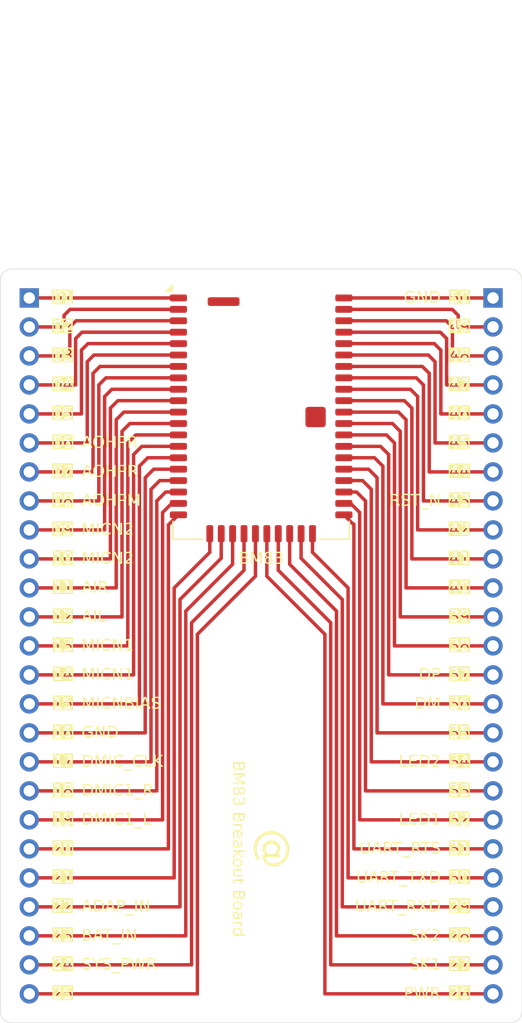
<source format=kicad_pcb>
(kicad_pcb (version 20240108) (generator "pcbnew") (generator_version "8.0")
  (layers (0 "F.Cu" signal) (31 "B.Cu" signal) (34 "B.Paste" user) (35 "F.Paste" user) (36 "B.SilkS" user "B.Silkscreen") (37 "F.SilkS" user "F.Silkscreen") (38 "B.Mask" user) (39 "F.Mask" user) (44 "Edge.Cuts" user))
  (net 0 "")
  (net 1 "unconnected-(U1-DMIC_CLK-Pad17)")
  (net 2 "unconnected-(U1-P2_6-Pad21)")
  (net 3 "unconnected-(U1-DP-Pad37)")
  (net 4 "unconnected-(U1-P1_6{slash}PWM1-Pad41)")
  (net 5 "unconnected-(U1-ADAP_IN-Pad22)")
  (net 6 "unconnected-(U1-DM-Pad36)")
  (net 7 "unconnected-(U1-DMIC1_R-Pad18)")
  (net 8 "unconnected-(U1-SCLK1-Pad3)")
  (net 9 "unconnected-(U1-MICP1-Pad14)")
  (net 10 "unconnected-(U1-MCLK1-Pad5)")
  (net 11 "unconnected-(U1-P0_7-Pad45)")
  (net 12 "unconnected-(U1-DMIC1_L-Pad19)")
  (net 13 "unconnected-(U1-P3_2-Pad20)")
  (net 14 "unconnected-(U1-DT1-Pad4)")
  (net 15 "unconnected-(U1-AIR-Pad11)")
  (net 16 "unconnected-(U1-LED2-Pad34)")
  (net 17 "unconnected-(U1-P0_0{slash}UART_TX_IND-Pad49)")
  (net 18 "unconnected-(U1-P2_3-Pad42)")
  (net 19 "unconnected-(U1-P3_4{slash}UART_RTS-Pad31)")
  (net 20 "unconnected-(U1-P2_7-Pad39)")
  (net 21 "unconnected-(U1-VDD_IO-Pad25)")
  (net 22 "unconnected-(U1-P1_3{slash}TCK_CPU{slash}SDA-Pad47)")
  (net 23 "unconnected-(U1-P0_1-Pad44)")
  (net 24 "unconnected-(U1-MICP2-Pad10)")
  (net 25 "unconnected-(U1-P8_6{slash}UART_RXD-Pad29)")
  (net 26 "unconnected-(U1-SK2_KEY_AD-Pad28)")
  (net 27 "unconnected-(U1-P0_3-Pad38)")
  (net 28 "unconnected-(U1-P8_5{slash}UART_TXD-Pad30)")
  (net 29 "unconnected-(U1-PWR(MFB)-Pad26)")
  (net 30 "unconnected-(U1-DR1-Pad1)")
  (net 31 "unconnected-(U1-MICN1-Pad13)")
  (net 32 "unconnected-(U1-SYS_PWR-Pad24)")
  (net 33 "unconnected-(U1-~{RST}-Pad43)")
  (net 34 "unconnected-(U1-LED1-Pad32)")
  (net 35 "unconnected-(U1-AOHPL-Pad8)")
  (net 36 "unconnected-(U1-RFS1-Pad2)")
  (net 37 "unconnected-(U1-P0_6-Pad35)")
  (net 38 "unconnected-(U1-AOHPR-Pad6)")
  (net 39 "unconnected-(U1-P1_2{slash}TDI_CPU{slash}SCL-Pad46)")
  (net 40 "unconnected-(U1-AOHPM-Pad7)")
  (net 41 "unconnected-(U1-BAT_IN-Pad23)")
  (net 42 "unconnected-(U1-AIL-Pad12)")
  (net 43 "unconnected-(U1-MICBIAS-Pad15)")
  (net 44 "unconnected-(U1-SK1_AMB_DET-Pad27)")
  (net 45 "unconnected-(U1-P3_7{slash}UART_CTS-Pad48)")
  (net 46 "unconnected-(U1-MICN2-Pad9)")
  (net 47 "unconnected-(U1-P0_5-Pad40)")
  (net 48 "unconnected-(U1-P0_2-Pad33)")
  (net 49 "Net-(U1-GND-Pad16)")
  (footprint "Connector_PinHeader_2.54mm:PinHeader_1x25_P2.54mm_Vertical" (layer "F.Cu") (at 71.12 63.5)
    (property "Reference" "REF**" (hide yes))
    (property "Value" "PinHeader_1x25_P2.54mm_Vertical" (hide yes))
    (pad "1" thru_hole rect (at 0 0) (size 1.7 1.7) (drill 1) (layers "*.Cu" "*.Mask"))
    (pad "2" thru_hole oval (at 0 2.54) (size 1.7 1.7) (drill 1) (layers "*.Cu" "*.Mask"))
    (pad "3" thru_hole oval (at 0 5.08) (size 1.7 1.7) (drill 1) (layers "*.Cu" "*.Mask"))
    (pad "4" thru_hole oval (at 0 7.62) (size 1.7 1.7) (drill 1) (layers "*.Cu" "*.Mask"))
    (pad "5" thru_hole oval (at 0 10.16) (size 1.7 1.7) (drill 1) (layers "*.Cu" "*.Mask"))
    (pad "6" thru_hole oval (at 0 12.7) (size 1.7 1.7) (drill 1) (layers "*.Cu" "*.Mask"))
    (pad "7" thru_hole oval (at 0 15.24) (size 1.7 1.7) (drill 1) (layers "*.Cu" "*.Mask"))
    (pad "8" thru_hole oval (at 0 17.78) (size 1.7 1.7) (drill 1) (layers "*.Cu" "*.Mask"))
    (pad "9" thru_hole oval (at 0 20.32) (size 1.7 1.7) (drill 1) (layers "*.Cu" "*.Mask"))
    (pad "10" thru_hole oval (at 0 22.86) (size 1.7 1.7) (drill 1) (layers "*.Cu" "*.Mask"))
    (pad "11" thru_hole oval (at 0 25.4) (size 1.7 1.7) (drill 1) (layers "*.Cu" "*.Mask"))
    (pad "12" thru_hole oval (at 0 27.94) (size 1.7 1.7) (drill 1) (layers "*.Cu" "*.Mask"))
    (pad "13" thru_hole oval (at 0 30.48) (size 1.7 1.7) (drill 1) (layers "*.Cu" "*.Mask"))
    (pad "14" thru_hole oval (at 0 33.02) (size 1.7 1.7) (drill 1) (layers "*.Cu" "*.Mask"))
    (pad "15" thru_hole oval (at 0 35.56) (size 1.7 1.7) (drill 1) (layers "*.Cu" "*.Mask"))
    (pad "16" thru_hole oval (at 0 38.1) (size 1.7 1.7) (drill 1) (layers "*.Cu" "*.Mask"))
    (pad "17" thru_hole oval (at 0 40.64) (size 1.7 1.7) (drill 1) (layers "*.Cu" "*.Mask"))
    (pad "18" thru_hole oval (at 0 43.18) (size 1.7 1.7) (drill 1) (layers "*.Cu" "*.Mask"))
    (pad "19" thru_hole oval (at 0 45.72) (size 1.7 1.7) (drill 1) (layers "*.Cu" "*.Mask"))
    (pad "20" thru_hole oval (at 0 48.26) (size 1.7 1.7) (drill 1) (layers "*.Cu" "*.Mask"))
    (pad "21" thru_hole oval (at 0 50.8) (size 1.7 1.7) (drill 1) (layers "*.Cu" "*.Mask"))
    (pad "22" thru_hole oval (at 0 53.34) (size 1.7 1.7) (drill 1) (layers "*.Cu" "*.Mask"))
    (pad "23" thru_hole oval (at 0 55.88) (size 1.7 1.7) (drill 1) (layers "*.Cu" "*.Mask"))
    (pad "24" thru_hole oval (at 0 58.42) (size 1.7 1.7) (drill 1) (layers "*.Cu" "*.Mask"))
    (pad "25" thru_hole oval (at 0 60.96) (size 1.7 1.7) (drill 1) (layers "*.Cu" "*.Mask"))
  )
  (footprint "RF_Module:Microchip_BM83" (layer "F.Cu") (at 91.44 68.4)
    (property "Reference" "U1" (hide yes))
    (property "Value" "Microchip_BM83" (hide yes))
    (fp_line (start -7.73 14.66) (end -7.73 16.23) (stroke (width 0.12)) (layer "F.SilkS"))
    (fp_line (start -7.73 16.23) (end -5.06 16.23) (stroke (width 0.12)) (layer "F.SilkS"))
    (fp_line (start 5.06 16.23) (end 7.73 16.23) (stroke (width 0.12)) (layer "F.SilkS"))
    (fp_line (start 7.73 16.23) (end 7.73 14.66) (stroke (width 0.12)) (layer "F.SilkS"))
    (fp_poly (pts (xy -7.8 -5.5) (xy -8.3 -5.5) (xy -7.8 -6) (xy -7.8 -5.5)) (stroke (width 0.12)) (fill solid) (layer "F.SilkS"))
    (pad "1" smd roundrect (at -7.25 -4.9) (size 1.5 0.6) (layers "F.Cu" "F.Paste" "F.Mask") (net 30 "unconnected-(U1-DR1-Pad1)"))
    (pad "2" smd roundrect (at -7.25 -3.9) (size 1.5 0.6) (layers "F.Cu" "F.Paste" "F.Mask") (net 36 "unconnected-(U1-RFS1-Pad2)"))
    (pad "3" smd roundrect (at -7.25 -2.9) (size 1.5 0.6) (layers "F.Cu" "F.Paste" "F.Mask") (net 8 "unconnected-(U1-SCLK1-Pad3)"))
    (pad "4" smd roundrect (at -7.25 -1.9) (size 1.5 0.6) (layers "F.Cu" "F.Paste" "F.Mask") (net 14 "unconnected-(U1-DT1-Pad4)"))
    (pad "5" smd roundrect (at -7.25 -0.9) (size 1.5 0.6) (layers "F.Cu" "F.Paste" "F.Mask") (net 10 "unconnected-(U1-MCLK1-Pad5)"))
    (pad "6" smd roundrect (at -7.25 0.1) (size 1.5 0.6) (layers "F.Cu" "F.Paste" "F.Mask") (net 38 "unconnected-(U1-AOHPR-Pad6)"))
    (pad "7" smd roundrect (at -7.25 1.1) (size 1.5 0.6) (layers "F.Cu" "F.Paste" "F.Mask") (net 40 "unconnected-(U1-AOHPM-Pad7)"))
    (pad "8" smd roundrect (at -7.25 2.1) (size 1.5 0.6) (layers "F.Cu" "F.Paste" "F.Mask") (net 35 "unconnected-(U1-AOHPL-Pad8)"))
    (pad "9" smd roundrect (at -7.25 3.1) (size 1.5 0.6) (layers "F.Cu" "F.Paste" "F.Mask") (net 46 "unconnected-(U1-MICN2-Pad9)"))
    (pad "10" smd roundrect (at -7.25 4.1) (size 1.5 0.6) (layers "F.Cu" "F.Paste" "F.Mask") (net 24 "unconnected-(U1-MICP2-Pad10)"))
    (pad "11" smd roundrect (at -7.25 5.1) (size 1.5 0.6) (layers "F.Cu" "F.Paste" "F.Mask") (net 15 "unconnected-(U1-AIR-Pad11)"))
    (pad "12" smd roundrect (at -7.25 6.1) (size 1.5 0.6) (layers "F.Cu" "F.Paste" "F.Mask") (net 42 "unconnected-(U1-AIL-Pad12)"))
    (pad "13" smd roundrect (at -7.25 7.1) (size 1.5 0.6) (layers "F.Cu" "F.Paste" "F.Mask") (net 31 "unconnected-(U1-MICN1-Pad13)"))
    (pad "14" smd roundrect (at -7.25 8.1) (size 1.5 0.6) (layers "F.Cu" "F.Paste" "F.Mask") (net 9 "unconnected-(U1-MICP1-Pad14)"))
    (pad "15" smd roundrect (at -7.25 9.1) (size 1.5 0.6) (layers "F.Cu" "F.Paste" "F.Mask") (net 43 "unconnected-(U1-MICBIAS-Pad15)"))
    (pad "16" smd roundrect (at -7.25 10.1) (size 1.5 0.6) (layers "F.Cu" "F.Paste" "F.Mask") (net 49 "Net-(U1-GND-Pad16)"))
    (pad "17" smd roundrect (at -7.25 11.1) (size 1.5 0.6) (layers "F.Cu" "F.Paste" "F.Mask") (net 1 "unconnected-(U1-DMIC_CLK-Pad17)"))
    (pad "18" smd roundrect (at -7.25 12.1) (size 1.5 0.6) (layers "F.Cu" "F.Paste" "F.Mask") (net 7 "unconnected-(U1-DMIC1_R-Pad18)"))
    (pad "19" smd roundrect (at -7.25 13.1) (size 1.5 0.6) (layers "F.Cu" "F.Paste" "F.Mask") (net 12 "unconnected-(U1-DMIC1_L-Pad19)"))
    (pad "20" smd roundrect (at -7.25 14.1) (size 1.5 0.6) (layers "F.Cu" "F.Paste" "F.Mask") (net 13 "unconnected-(U1-P3_2-Pad20)"))
    (pad "21" smd roundrect (at -4.5 15.75) (size 0.6 1.5) (layers "F.Cu" "F.Paste" "F.Mask") (net 2 "unconnected-(U1-P2_6-Pad21)"))
    (pad "22" smd roundrect (at -3.5 15.75) (size 0.6 1.5) (layers "F.Cu" "F.Paste" "F.Mask") (net 5 "unconnected-(U1-ADAP_IN-Pad22)"))
    (pad "23" smd roundrect (at -2.5 15.75) (size 0.6 1.5) (layers "F.Cu" "F.Paste" "F.Mask") (net 41 "unconnected-(U1-BAT_IN-Pad23)"))
    (pad "24" smd roundrect (at -1.5 15.75) (size 0.6 1.5) (layers "F.Cu" "F.Paste" "F.Mask") (net 32 "unconnected-(U1-SYS_PWR-Pad24)"))
    (pad "25" smd roundrect (at -0.5 15.75) (size 0.6 1.5) (layers "F.Cu" "F.Paste" "F.Mask") (net 21 "unconnected-(U1-VDD_IO-Pad25)"))
    (pad "26" smd roundrect (at 0.5 15.75) (size 0.6 1.5) (layers "F.Cu" "F.Paste" "F.Mask") (net 29 "unconnected-(U1-PWR(MFB)-Pad26)"))
    (pad "27" smd roundrect (at 1.5 15.75) (size 0.6 1.5) (layers "F.Cu" "F.Paste" "F.Mask") (net 44 "unconnected-(U1-SK1_AMB_DET-Pad27)"))
    (pad "28" smd roundrect (at 2.5 15.75) (size 0.6 1.5) (layers "F.Cu" "F.Paste" "F.Mask") (net 26 "unconnected-(U1-SK2_KEY_AD-Pad28)"))
    (pad "29" smd roundrect (at 3.5 15.75) (size 0.6 1.5) (layers "F.Cu" "F.Paste" "F.Mask") (net 25 "unconnected-(U1-P8_6{slash}UART_RXD-Pad29)"))
    (pad "30" smd roundrect (at 4.5 15.75) (size 0.6 1.5) (layers "F.Cu" "F.Paste" "F.Mask") (net 28 "unconnected-(U1-P8_5{slash}UART_TXD-Pad30)"))
    (pad "31" smd roundrect (at 7.25 14.1) (size 1.5 0.6) (layers "F.Cu" "F.Paste" "F.Mask") (net 19 "unconnected-(U1-P3_4{slash}UART_RTS-Pad31)"))
    (pad "32" smd roundrect (at 7.25 13.1) (size 1.5 0.6) (layers "F.Cu" "F.Paste" "F.Mask") (net 34 "unconnected-(U1-LED1-Pad32)"))
    (pad "33" smd roundrect (at 7.25 12.1) (size 1.5 0.6) (layers "F.Cu" "F.Paste" "F.Mask") (net 48 "unconnected-(U1-P0_2-Pad33)"))
    (pad "34" smd roundrect (at 7.25 11.1) (size 1.5 0.6) (layers "F.Cu" "F.Paste" "F.Mask") (net 16 "unconnected-(U1-LED2-Pad34)"))
    (pad "35" smd roundrect (at 7.25 10.1) (size 1.5 0.6) (layers "F.Cu" "F.Paste" "F.Mask") (net 37 "unconnected-(U1-P0_6-Pad35)"))
    (pad "36" smd roundrect (at 7.25 9.1) (size 1.5 0.6) (layers "F.Cu" "F.Paste" "F.Mask") (net 6 "unconnected-(U1-DM-Pad36)"))
    (pad "37" smd roundrect (at 7.25 8.1) (size 1.5 0.6) (layers "F.Cu" "F.Paste" "F.Mask") (net 3 "unconnected-(U1-DP-Pad37)"))
    (pad "38" smd roundrect (at 7.25 7.1) (size 1.5 0.6) (layers "F.Cu" "F.Paste" "F.Mask") (net 27 "unconnected-(U1-P0_3-Pad38)"))
    (pad "39" smd roundrect (at 7.25 6.1) (size 1.5 0.6) (layers "F.Cu" "F.Paste" "F.Mask") (net 20 "unconnected-(U1-P2_7-Pad39)"))
    (pad "40" smd roundrect (at 7.25 5.1) (size 1.5 0.6) (layers "F.Cu" "F.Paste" "F.Mask") (net 47 "unconnected-(U1-P0_5-Pad40)"))
    (pad "41" smd roundrect (at 7.25 4.1) (size 1.5 0.6) (layers "F.Cu" "F.Paste" "F.Mask") (net 4 "unconnected-(U1-P1_6{slash}PWM1-Pad41)"))
    (pad "42" smd roundrect (at 7.25 3.1) (size 1.5 0.6) (layers "F.Cu" "F.Paste" "F.Mask") (net 18 "unconnected-(U1-P2_3-Pad42)"))
    (pad "43" smd roundrect (at 7.25 2.1) (size 1.5 0.6) (layers "F.Cu" "F.Paste" "F.Mask") (net 33 "unconnected-(U1-~{RST}-Pad43)"))
    (pad "44" smd roundrect (at 7.25 1.1) (size 1.5 0.6) (layers "F.Cu" "F.Paste" "F.Mask") (net 23 "unconnected-(U1-P0_1-Pad44)"))
    (pad "45" smd roundrect (at 7.25 0.1) (size 1.5 0.6) (layers "F.Cu" "F.Paste" "F.Mask") (net 11 "unconnected-(U1-P0_7-Pad45)"))
    (pad "46" smd roundrect (at 7.25 -0.9) (size 1.5 0.6) (layers "F.Cu" "F.Paste" "F.Mask") (net 39 "unconnected-(U1-P1_2{slash}TDI_CPU{slash}SCL-Pad46)"))
    (pad "47" smd roundrect (at 7.25 -1.9) (size 1.5 0.6) (layers "F.Cu" "F.Paste" "F.Mask") (net 22 "unconnected-(U1-P1_3{slash}TCK_CPU{slash}SDA-Pad47)"))
    (pad "48" smd roundrect (at 7.25 -2.9) (size 1.5 0.6) (layers "F.Cu" "F.Paste" "F.Mask") (net 45 "unconnected-(U1-P3_7{slash}UART_CTS-Pad48)"))
    (pad "49" smd roundrect (at 7.25 -3.9) (size 1.5 0.6) (layers "F.Cu" "F.Paste" "F.Mask") (net 17 "unconnected-(U1-P0_0{slash}UART_TX_IND-Pad49)"))
    (pad "50" smd roundrect (at 7.25 -4.9) (size 1.5 0.6) (layers "F.Cu" "F.Paste" "F.Mask") (net 49 "Net-(U1-GND-Pad16)"))
    (pad "56" smd roundrect (at 4.77 5.53) (size 1.78 1.78) (layers "F.Cu" "F.Paste" "F.Mask") (roundrect_rratio 0.1404494382) (net 49 "Net-(U1-GND-Pad16)"))
    (pad "57" smd roundrect (at -3.29 -4.58) (size 2.79 0.76) (layers "F.Cu" "F.Paste" "F.Mask") (net 49 "Net-(U1-GND-Pad16)"))
  )
  (footprint "Connector_PinHeader_2.54mm:PinHeader_1x25_P2.54mm_Vertical" (layer "F.Cu") (at 111.76 63.5)
    (property "Reference" "REF**" (hide yes))
    (property "Value" "PinHeader_1x25_P2.54mm_Vertical" (hide yes))
    (pad "1" thru_hole rect (at 0 0) (size 1.7 1.7) (drill 1) (layers "*.Cu" "*.Mask"))
    (pad "2" thru_hole oval (at 0 2.54) (size 1.7 1.7) (drill 1) (layers "*.Cu" "*.Mask"))
    (pad "3" thru_hole oval (at 0 5.08) (size 1.7 1.7) (drill 1) (layers "*.Cu" "*.Mask"))
    (pad "4" thru_hole oval (at 0 7.62) (size 1.7 1.7) (drill 1) (layers "*.Cu" "*.Mask"))
    (pad "5" thru_hole oval (at 0 10.16) (size 1.7 1.7) (drill 1) (layers "*.Cu" "*.Mask"))
    (pad "6" thru_hole oval (at 0 12.7) (size 1.7 1.7) (drill 1) (layers "*.Cu" "*.Mask"))
    (pad "7" thru_hole oval (at 0 15.24) (size 1.7 1.7) (drill 1) (layers "*.Cu" "*.Mask"))
    (pad "8" thru_hole oval (at 0 17.78) (size 1.7 1.7) (drill 1) (layers "*.Cu" "*.Mask"))
    (pad "9" thru_hole oval (at 0 20.32) (size 1.7 1.7) (drill 1) (layers "*.Cu" "*.Mask"))
    (pad "10" thru_hole oval (at 0 22.86) (size 1.7 1.7) (drill 1) (layers "*.Cu" "*.Mask"))
    (pad "11" thru_hole oval (at 0 25.4) (size 1.7 1.7) (drill 1) (layers "*.Cu" "*.Mask"))
    (pad "12" thru_hole oval (at 0 27.94) (size 1.7 1.7) (drill 1) (layers "*.Cu" "*.Mask"))
    (pad "13" thru_hole oval (at 0 30.48) (size 1.7 1.7) (drill 1) (layers "*.Cu" "*.Mask"))
    (pad "14" thru_hole oval (at 0 33.02) (size 1.7 1.7) (drill 1) (layers "*.Cu" "*.Mask"))
    (pad "15" thru_hole oval (at 0 35.56) (size 1.7 1.7) (drill 1) (layers "*.Cu" "*.Mask"))
    (pad "16" thru_hole oval (at 0 38.1) (size 1.7 1.7) (drill 1) (layers "*.Cu" "*.Mask"))
    (pad "17" thru_hole oval (at 0 40.64) (size 1.7 1.7) (drill 1) (layers "*.Cu" "*.Mask"))
    (pad "18" thru_hole oval (at 0 43.18) (size 1.7 1.7) (drill 1) (layers "*.Cu" "*.Mask"))
    (pad "19" thru_hole oval (at 0 45.72) (size 1.7 1.7) (drill 1) (layers "*.Cu" "*.Mask"))
    (pad "20" thru_hole oval (at 0 48.26) (size 1.7 1.7) (drill 1) (layers "*.Cu" "*.Mask"))
    (pad "21" thru_hole oval (at 0 50.8) (size 1.7 1.7) (drill 1) (layers "*.Cu" "*.Mask"))
    (pad "22" thru_hole oval (at 0 53.34) (size 1.7 1.7) (drill 1) (layers "*.Cu" "*.Mask"))
    (pad "23" thru_hole oval (at 0 55.88) (size 1.7 1.7) (drill 1) (layers "*.Cu" "*.Mask"))
    (pad "24" thru_hole oval (at 0 58.42) (size 1.7 1.7) (drill 1) (layers "*.Cu" "*.Mask"))
    (pad "25" thru_hole oval (at 0 60.96) (size 1.7 1.7) (drill 1) (layers "*.Cu" "*.Mask"))
  )
  (gr_line (start 68.58 125.984) (end 68.58 61.976) (stroke (width 0.05)) (layer "Edge.Cuts"))
  (gr_arc (start 113.284 60.96) (mid 114.00242 61.25758) (end 114.3 61.976) (stroke (width 0.05)) (layer "Edge.Cuts"))
  (gr_line (start 69.596 60.96) (end 113.284 60.96) (stroke (width 0.05)) (layer "Edge.Cuts"))
  (gr_arc (start 114.3 125.984) (mid 114.00242 126.70242) (end 113.284 127) (stroke (width 0.05)) (layer "Edge.Cuts"))
  (gr_line (start 113.284 127) (end 69.596 127) (stroke (width 0.05)) (layer "Edge.Cuts"))
  (gr_arc (start 69.596 127) (mid 68.87758 126.70242) (end 68.58 125.984) (stroke (width 0.05)) (layer "Edge.Cuts"))
  (gr_line (start 114.3 61.976) (end 114.3 125.984) (stroke (width 0.05)) (layer "Edge.Cuts"))
  (gr_arc (start 68.58 61.976) (mid 68.87758 61.25758) (end 69.596 60.96) (stroke (width 0.05)) (layer "Edge.Cuts"))
  (gr_text "SK1" (at 107.188 121.92 0) (layer "F.SilkS") (effects (font (size 1.016 1.016) (thickness 0.127)) (justify right)))
  (gr_text "38" (at 109.728 93.98 0) (layer "F.SilkS" knockout) (effects (font (size 1.016 1.016) (thickness 0.09525)) (justify right)))
  (gr_text "02" (at 73.152 66.04 0) (layer "F.SilkS" knockout) (effects (font (size 1.016 1.016) (thickness 0.09525)) (justify left)))
  (gr_text "39" (at 109.728 91.44 0) (layer "F.SilkS" knockout) (effects (font (size 1.016 1.016) (thickness 0.09525)) (justify right)))
  (gr_text "ADAP_IN" (at 75.692 116.84 0) (layer "F.SilkS") (effects (font (size 1.016 1.016) (thickness 0.127)) (justify left)))
  (gr_text "DM" (at 107.188 99.06 0) (layer "F.SilkS") (effects (font (size 1.016 1.016) (thickness 0.127)) (justify right)))
  (gr_text "PWR" (at 107.188 124.46 0) (layer "F.SilkS") (effects (font (size 1.016 1.016) (thickness 0.127)) (justify right)))
  (gr_text "SYS_PWR" (at 75.692 121.92 0) (layer "F.SilkS") (effects (font (size 1.016 1.016) (thickness 0.127)) (justify left)))
  (gr_text "UART_RTS" (at 107.188 111.76 0) (layer "F.SilkS") (effects (font (size 1.016 1.016) (thickness 0.127)) (justify right)))
  (gr_text "MICN1" (at 75.692 96.52 0) (layer "F.SilkS") (effects (font (size 1.016 1.016) (thickness 0.127)) (justify left)))
  (gr_text "07" (at 73.152 78.74 0) (layer "F.SilkS" knockout) (effects (font (size 1.016 1.016) (thickness 0.09525)) (justify left)))
  (gr_text "14" (at 73.152 96.52 0) (layer "F.SilkS" knockout) (effects (font (size 1.016 1.016) (thickness 0.09525)) (justify left)))
  (gr_text "AIL" (at 75.692 91.44 0) (layer "F.SilkS") (effects (font (size 1.016 1.016) (thickness 0.127)) (justify left)))
  (gr_text "32" (at 109.728 109.22 0) (layer "F.SilkS" knockout) (effects (font (size 1.016 1.016) (thickness 0.09525)) (justify right)))
  (gr_text "30" (at 109.728 114.3 0) (layer "F.SilkS" knockout) (effects (font (size 1.016 1.016) (thickness 0.09525)) (justify right)))
  (gr_text "SK2" (at 107.188 119.38 0) (layer "F.SilkS") (effects (font (size 1.016 1.016) (thickness 0.127)) (justify right)))
  (gr_text "DMIC1_L" (at 75.692 109.22 0) (layer "F.SilkS") (effects (font (size 1.016 1.016) (thickness 0.127)) (justify left)))
  (gr_text "12" (at 73.152 91.44 0) (layer "F.SilkS" knockout) (effects (font (size 1.016 1.016) (thickness 0.09525)) (justify left)))
  (gr_text "33" (at 109.728 106.68 0) (layer "F.SilkS" knockout) (effects (font (size 1.016 1.016) (thickness 0.09525)) (justify right)))
  (gr_text "08" (at 73.152 81.28 0) (layer "F.SilkS" knockout) (effects (font (size 1.016 1.016) (thickness 0.09525)) (justify left)))
  (gr_text "LED2" (at 107.188 104.14 0) (layer "F.SilkS") (effects (font (size 1.016 1.016) (thickness 0.127)) (justify right)))
  (gr_text "37" (at 109.728 96.52 0) (layer "F.SilkS" knockout) (effects (font (size 1.016 1.016) (thickness 0.09525)) (justify right)))
  (gr_text "35" (at 109.728 101.6 0) (layer "F.SilkS" knockout) (effects (font (size 1.016 1.016) (thickness 0.09525)) (justify right)))
  (gr_text "DP" (at 107.188 96.52 0) (layer "F.SilkS") (effects (font (size 1.016 1.016) (thickness 0.127)) (justify right)))
  (gr_text "10" (at 73.152 86.36 0) (layer "F.SilkS" knockout) (effects (font (size 1.016 1.016) (thickness 0.09525)) (justify left)))
  (gr_text "24" (at 73.152 121.92 0) (layer "F.SilkS" knockout) (effects (font (size 1.016 1.016) (thickness 0.09525)) (justify left)))
  (gr_text "17" (at 73.152 104.14 0) (layer "F.SilkS" knockout) (effects (font (size 1.016 1.016) (thickness 0.09525)) (justify left)))
  (gr_text "AOHPM" (at 75.692 81.28 0) (layer "F.SilkS") (effects (font (size 1.016 1.016) (thickness 0.127)) (justify left)))
  (gr_text "20" (at 73.152 111.76 0) (layer "F.SilkS" knockout) (effects (font (size 1.016 1.016) (thickness 0.09525)) (justify left)))
  (gr_text "MICNBIAS" (at 75.692 99.06 0) (layer "F.SilkS") (effects (font (size 1.016 1.016) (thickness 0.127)) (justify left)))
  (gr_text "RST_N" (at 107.188 81.28 0) (layer "F.SilkS") (effects (font (size 1.016 1.016) (thickness 0.127)) (justify right)))
  (gr_text "18" (at 73.152 106.68 0) (layer "F.SilkS" knockout) (effects (font (size 1.016 1.016) (thickness 0.09525)) (justify left)))
  (gr_text "LED1" (at 107.188 109.22 0) (layer "F.SilkS") (effects (font (size 1.016 1.016) (thickness 0.127)) (justify right)))
  (gr_text "27" (at 109.728 121.92 0) (layer "F.SilkS" knockout) (effects (font (size 1.016 1.016) (thickness 0.09525)) (justify right)))
  (gr_text "42" (at 109.728 83.82 0) (layer "F.SilkS" knockout) (effects (font (size 1.016 1.016) (thickness 0.09525)) (justify right)))
  (gr_text "26" (at 109.728 124.46 0) (layer "F.SilkS" knockout) (effects (font (size 1.016 1.016) (thickness 0.09525)) (justify right)))
  (gr_text "03" (at 73.152 68.58 0) (layer "F.SilkS" knockout) (effects (font (size 1.016 1.016) (thickness 0.09525)) (justify left)))
  (gr_text "36" (at 109.728 99.06 0) (layer "F.SilkS" knockout) (effects (font (size 1.016 1.016) (thickness 0.09525)) (justify right)))
  (gr_text "DMIC1_R" (at 75.692 106.68 0) (layer "F.SilkS") (effects (font (size 1.016 1.016) (thickness 0.127)) (justify left)))
  (gr_text "GND" (at 107.188 63.5 0) (layer "F.SilkS") (effects (font (size 1.016 1.016) (thickness 0.127)) (justify right)))
  (gr_text "GND" (at 75.692 101.6 0) (layer "F.SilkS") (effects (font (size 1.016 1.016) (thickness 0.127)) (justify left)))
  (gr_text "40" (at 109.728 88.9 0) (layer "F.SilkS" knockout) (effects (font (size 1.016 1.016) (thickness 0.09525)) (justify right)))
  (gr_text "DMIC_CLK" (at 75.692 104.14 0) (layer "F.SilkS") (effects (font (size 1.016 1.016) (thickness 0.127)) (justify left)))
  (gr_text "AIR" (at 75.692 88.9 0) (layer "F.SilkS") (effects (font (size 1.016 1.016) (thickness 0.127)) (justify left)))
  (gr_text "11" (at 73.152 88.9 0) (layer "F.SilkS" knockout) (effects (font (size 1.016 1.016) (thickness 0.09525)) (justify left)))
  (gr_text "21" (at 73.152 114.3 0) (layer "F.SilkS" knockout) (effects (font (size 1.016 1.016) (thickness 0.09525)) (justify left)))
  (gr_text "34" (at 109.728 104.14 0) (layer "F.SilkS" knockout) (effects (font (size 1.016 1.016) (thickness 0.09525)) (justify right)))
  (gr_text "43" (at 109.728 81.28 0) (layer "F.SilkS" knockout) (effects (font (size 1.016 1.016) (thickness 0.09525)) (justify right)))
  (gr_text "25" (at 73.152 124.46 0) (layer "F.SilkS" knockout) (effects (font (size 1.016 1.016) (thickness 0.09525)) (justify left)))
  (gr_text "47" (at 109.728 71.12 0) (layer "F.SilkS" knockout) (effects (font (size 1.016 1.016) (thickness 0.09525)) (justify right)))
  (gr_text "29" (at 109.728 116.84 0) (layer "F.SilkS" knockout) (effects (font (size 1.016 1.016) (thickness 0.09525)) (justify right)))
  (gr_text "16" (at 73.152 101.6 0) (layer "F.SilkS" knockout) (effects (font (size 1.016 1.016) (thickness 0.09525)) (justify left)))
  (gr_text "05" (at 73.152 73.66 0) (layer "F.SilkS" knockout) (effects (font (size 1.016 1.016) (thickness 0.09525)) (justify left)))
  (gr_text "AOHPR" (at 75.692 78.74 0) (layer "F.SilkS") (effects (font (size 1.016 1.016) (thickness 0.127)) (justify left)))
  (gr_text "MICN1" (at 75.692 93.98 0) (layer "F.SilkS") (effects (font (size 1.016 1.016) (thickness 0.127)) (justify left)))
  (gr_text "49" (at 109.728 66.04 0) (layer "F.SilkS" knockout) (effects (font (size 1.016 1.016) (thickness 0.09525)) (justify right)))
  (gr_text "BM83" (at 91.44 86.36 0) (layer "F.SilkS") (effects (font (size 1.016 1.016) (thickness 0.127))))
  (gr_text "01" (at 73.152 63.5 0) (layer "F.SilkS" knockout) (effects (font (size 1.016 1.016) (thickness 0.09525)) (justify left)))
  (gr_text "15" (at 73.152 99.06 0) (layer "F.SilkS" knockout) (effects (font (size 1.016 1.016) (thickness 0.09525)) (justify left)))
  (gr_text "MICN2" (at 75.692 86.36 0) (layer "F.SilkS") (effects (font (size 1.016 1.016) (thickness 0.127)) (justify left)))
  (gr_text "41" (at 109.728 86.36 0) (layer "F.SilkS" knockout) (effects (font (size 1.016 1.016) (thickness 0.09525)) (justify right)))
  (gr_text "UART_RXD" (at 107.188 116.84 0) (layer "F.SilkS") (effects (font (size 1.016 1.016) (thickness 0.127)) (justify right)))
  (gr_text "45" (at 109.728 76.2 0) (layer "F.SilkS" knockout) (effects (font (size 1.016 1.016) (thickness 0.09525)) (justify right)))
  (gr_text "UART_TXD" (at 107.188 114.3 0) (layer "F.SilkS") (effects (font (size 1.016 1.016) (thickness 0.127)) (justify right)))
  (gr_text "28" (at 109.728 119.38 0) (layer "F.SilkS" knockout) (effects (font (size 1.016 1.016) (thickness 0.09525)) (justify right)))
  (gr_text "48" (at 109.728 68.58 0) (layer "F.SilkS" knockout) (effects (font (size 1.016 1.016) (thickness 0.09525)) (justify right)))
  (gr_text "BAT_IN" (at 75.692 119.38 0) (layer "F.SilkS") (effects (font (size 1.016 1.016) (thickness 0.127)) (justify left)))
  (gr_text "13" (at 73.152 93.98 0) (layer "F.SilkS" knockout) (effects (font (size 1.016 1.016) (thickness 0.09525)) (justify left)))
  (gr_text "50" (at 109.728 63.5 0) (layer "F.SilkS" knockout) (effects (font (size 1.016 1.016) (thickness 0.09525)) (justify right)))
  (gr_text "22" (at 73.152 116.84 0) (layer "F.SilkS" knockout) (effects (font (size 1.016 1.016) (thickness 0.09525)) (justify left)))
  (gr_text "MICN2" (at 75.692 83.82 0) (layer "F.SilkS") (effects (font (size 1.016 1.016) (thickness 0.127)) (justify left)))
  (gr_text "AOHPR" (at 75.692 76.2 0) (layer "F.SilkS") (effects (font (size 1.016 1.016) (thickness 0.127)) (justify left)))
  (gr_text "44" (at 109.728 78.74 0) (layer "F.SilkS" knockout) (effects (font (size 1.016 1.016) (thickness 0.09525)) (justify right)))
  (gr_text "46" (at 109.728 73.66 0) (layer "F.SilkS" knockout) (effects (font (size 1.016 1.016) (thickness 0.09525)) (justify right)))
  (gr_text "19" (at 73.152 109.22 0) (layer "F.SilkS" knockout) (effects (font (size 1.016 1.016) (thickness 0.09525)) (justify left)))
  (gr_text "31" (at 109.728 111.76 0) (layer "F.SilkS" knockout) (effects (font (size 1.016 1.016) (thickness 0.09525)) (justify right)))
  (gr_text "@" (at 92.456 111.76 270) (layer "F.SilkS") (effects (font (size 2.54 2.54) (thickness 0.127))))
  (gr_text "BM83 Breakout Board" (at 89.408 111.76 270) (layer "F.SilkS") (effects (font (size 1.016 1.016) (thickness 0.127))))
  (gr_text "06" (at 73.152 76.2 0) (layer "F.SilkS" knockout) (effects (font (size 1.016 1.016) (thickness 0.09525)) (justify left)))
  (gr_text "04" (at 73.152 71.12 0) (layer "F.SilkS" knockout) (effects (font (size 1.016 1.016) (thickness 0.09525)) (justify left)))
  (gr_text "23" (at 73.152 119.38 0) (layer "F.SilkS" knockout) (effects (font (size 1.016 1.016) (thickness 0.09525)) (justify left)))
  (gr_text "09" (at 73.152 83.82 0) (layer "F.SilkS" knockout) (effects (font (size 1.016 1.016) (thickness 0.09525)) (justify left)))
  (segment (start 81.788 104.14) (end 71.12 104.14) (width 0.3) (layer "F.Cu") (net 1))
  (segment (start 81.788 104.14) (end 81.788 80.264) (width 0.3) (layer "F.Cu") (net 1))
  (segment (start 82.552 79.5) (end 84.19 79.5) (width 0.3) (layer "F.Cu") (net 1))
  (segment (start 81.788 80.264) (end 82.552 79.5) (width 0.3) (layer "F.Cu") (net 1))
  (segment (start 71.12 114.3) (end 83.82 114.3) (width 0.3) (layer "F.Cu") (net 2))
  (segment (start 83.82 88.9) (end 86.94 85.78) (width 0.3) (layer "F.Cu") (net 2))
  (segment (start 86.94 85.78) (end 86.94 84.15) (width 0.3) (layer "F.Cu") (net 2))
  (segment (start 83.82 114.3) (end 83.82 88.9) (width 0.3) (layer "F.Cu") (net 2))
  (segment (start 101.9 76.5) (end 98.69 76.5) (width 0.3) (layer "F.Cu") (net 3))
  (segment (start 102.616 96.52) (end 102.616 77.216) (width 0.3) (layer "F.Cu") (net 3))
  (segment (start 102.616 77.216) (end 101.9 76.5) (width 0.3) (layer "F.Cu") (net 3))
  (segment (start 111.76 96.52) (end 102.616 96.52) (width 0.3) (layer "F.Cu") (net 3))
  (segment (start 104.648 86.36) (end 104.648 73.152) (width 0.3) (layer "F.Cu") (net 4))
  (segment (start 103.996 72.5) (end 98.69 72.5) (width 0.3) (layer "F.Cu") (net 4))
  (segment (start 111.76 86.36) (end 104.648 86.36) (width 0.3) (layer "F.Cu") (net 4))
  (segment (start 104.648 73.152) (end 103.996 72.5) (width 0.3) (layer "F.Cu") (net 4))
  (segment (start 84.328 89.916) (end 87.94 86.304) (width 0.3) (layer "F.Cu") (net 5))
  (segment (start 71.12 116.84) (end 84.328 116.84) (width 0.3) (layer "F.Cu") (net 5))
  (segment (start 84.328 116.84) (end 84.328 89.916) (width 0.3) (layer "F.Cu") (net 5))
  (segment (start 87.94 86.304) (end 87.94 84.15) (width 0.3) (layer "F.Cu") (net 5))
  (segment (start 102.108 78.232) (end 101.376 77.5) (width 0.3) (layer "F.Cu") (net 6))
  (segment (start 101.376 77.5) (end 98.69 77.5) (width 0.3) (layer "F.Cu") (net 6))
  (segment (start 111.76 99.06) (end 102.108 99.06) (width 0.3) (layer "F.Cu") (net 6))
  (segment (start 102.108 99.06) (end 102.108 78.232) (width 0.3) (layer "F.Cu") (net 6))
  (segment (start 82.296 106.68) (end 71.12 106.68) (width 0.3) (layer "F.Cu") (net 7))
  (segment (start 82.296 81.28) (end 83.076 80.5) (width 0.3) (layer "F.Cu") (net 7))
  (segment (start 82.296 106.68) (end 82.296 81.28) (width 0.3) (layer "F.Cu") (net 7))
  (segment (start 83.076 80.5) (end 84.19 80.5) (width 0.3) (layer "F.Cu") (net 7))
  (segment (start 74.676 66.04) (end 75.216 65.5) (width 0.3) (layer "F.Cu") (net 8))
  (segment (start 74.676 68.58) (end 71.12 68.58) (width 0.3) (layer "F.Cu") (net 8))
  (segment (start 75.216 65.5) (end 84.19 65.5) (width 0.3) (layer "F.Cu") (net 8))
  (segment (start 74.676 68.58) (end 74.676 66.04) (width 0.3) (layer "F.Cu") (net 8))
  (segment (start 80.264 96.52) (end 80.264 77.216) (width 0.3) (layer "F.Cu") (net 9))
  (segment (start 80.98 76.5) (end 84.19 76.5) (width 0.3) (layer "F.Cu") (net 9))
  (segment (start 80.264 96.52) (end 71.12 96.52) (width 0.3) (layer "F.Cu") (net 9))
  (segment (start 80.264 77.216) (end 80.98 76.5) (width 0.3) (layer "F.Cu") (net 9))
  (segment (start 75.692 73.66) (end 75.692 68.072) (width 0.3) (layer "F.Cu") (net 10))
  (segment (start 75.692 68.072) (end 76.264 67.5) (width 0.3) (layer "F.Cu") (net 10))
  (segment (start 71.12 73.66) (end 75.692 73.66) (width 0.3) (layer "F.Cu") (net 10))
  (segment (start 76.264 67.5) (end 84.19 67.5) (width 0.3) (layer "F.Cu") (net 10))
  (segment (start 106.092 68.5) (end 98.69 68.5) (width 0.3) (layer "F.Cu") (net 11))
  (segment (start 106.68 69.088) (end 106.092 68.5) (width 0.3) (layer "F.Cu") (net 11))
  (segment (start 106.68 76.2) (end 106.68 69.088) (width 0.3) (layer "F.Cu") (net 11))
  (segment (start 111.76 76.2) (end 106.68 76.2) (width 0.3) (layer "F.Cu") (net 11))
  (segment (start 82.804 82.296) (end 83.6 81.5) (width 0.3) (layer "F.Cu") (net 12))
  (segment (start 82.804 109.22) (end 82.804 82.296) (width 0.3) (layer "F.Cu") (net 12))
  (segment (start 83.6 81.5) (end 84.19 81.5) (width 0.3) (layer "F.Cu") (net 12))
  (segment (start 82.804 109.22) (end 71.12 109.22) (width 0.3) (layer "F.Cu") (net 12))
  (segment (start 83.312 111.76) (end 71.12 111.76) (width 0.3) (layer "F.Cu") (net 13))
  (segment (start 83.312 83.378) (end 84.19 82.5) (width 0.3) (layer "F.Cu") (net 13))
  (segment (start 83.312 111.76) (end 83.312 83.378) (width 0.3) (layer "F.Cu") (net 13))
  (segment (start 75.74 66.5) (end 84.19 66.5) (width 0.3) (layer "F.Cu") (net 14))
  (segment (start 75.184 71.12) (end 75.184 67.056) (width 0.3) (layer "F.Cu") (net 14))
  (segment (start 75.184 71.12) (end 71.12 71.12) (width 0.3) (layer "F.Cu") (net 14))
  (segment (start 75.184 67.056) (end 75.74 66.5) (width 0.3) (layer "F.Cu") (net 14))
  (segment (start 71.12 88.9) (end 78.74 88.9) (width 0.3) (layer "F.Cu") (net 15))
  (segment (start 78.74 74.168) (end 79.408 73.5) (width 0.3) (layer "F.Cu") (net 15))
  (segment (start 79.408 73.5) (end 84.19 73.5) (width 0.3) (layer "F.Cu") (net 15))
  (segment (start 78.74 88.9) (end 78.74 74.168) (width 0.3) (layer "F.Cu") (net 15))
  (segment (start 111.76 104.14) (end 101.092 104.14) (width 0.3) (layer "F.Cu") (net 16))
  (segment (start 101.092 104.14) (end 101.092 80.264) (width 0.3) (layer "F.Cu") (net 16))
  (segment (start 100.328 79.5) (end 98.69 79.5) (width 0.3) (layer "F.Cu") (net 16))
  (segment (start 101.092 80.264) (end 100.328 79.5) (width 0.3) (layer "F.Cu") (net 16))
  (segment (start 108.188 64.5) (end 98.69 64.5) (width 0.3) (layer "F.Cu") (net 17))
  (segment (start 108.712 66.04) (end 111.76 66.04) (width 0.3) (layer "F.Cu") (net 17))
  (segment (start 108.712 65.024) (end 108.188 64.5) (width 0.3) (layer "F.Cu") (net 17))
  (segment (start 108.712 65.024) (end 108.712 66.04) (width 0.3) (layer "F.Cu") (net 17))
  (segment (start 111.76 83.82) (end 105.156 83.82) (width 0.3) (layer "F.Cu") (net 18))
  (segment (start 105.156 72.136) (end 104.52 71.5) (width 0.3) (layer "F.Cu") (net 18))
  (segment (start 104.52 71.5) (end 98.69 71.5) (width 0.3) (layer "F.Cu") (net 18))
  (segment (start 105.156 83.82) (end 105.156 72.136) (width 0.3) (layer "F.Cu") (net 18))
  (segment (start 111.76 111.76) (end 99.568 111.76) (width 0.3) (layer "F.Cu") (net 19))
  (segment (start 99.502 83.312) (end 98.69 82.5) (width 0.3) (layer "F.Cu") (net 19))
  (segment (start 99.568 83.312) (end 99.502 83.312) (width 0.3) (layer "F.Cu") (net 19))
  (segment (start 99.568 111.76) (end 99.568 83.312) (width 0.3) (layer "F.Cu") (net 19))
  (segment (start 103.632 91.44) (end 103.632 75.184) (width 0.3) (layer "F.Cu") (net 20))
  (segment (start 111.76 91.44) (end 103.632 91.44) (width 0.3) (layer "F.Cu") (net 20))
  (segment (start 103.632 75.184) (end 102.948 74.5) (width 0.3) (layer "F.Cu") (net 20))
  (segment (start 102.948 74.5) (end 98.69 74.5) (width 0.3) (layer "F.Cu") (net 20))
  (segment (start 71.12 124.46) (end 85.852 124.46) (width 0.3) (layer "F.Cu") (net 21))
  (segment (start 85.852 124.46) (end 85.852 92.964) (width 0.3) (layer "F.Cu") (net 21))
  (segment (start 90.94 84.15) (end 90.94 87.876) (width 0.3) (layer "F.Cu") (net 21))
  (segment (start 85.852 92.964) (end 90.94 87.876) (width 0.3) (layer "F.Cu") (net 21))
  (segment (start 107.14 66.5) (end 98.69 66.5) (width 0.3) (layer "F.Cu") (net 22))
  (segment (start 111.76 71.12) (end 107.696 71.12) (width 0.3) (layer "F.Cu") (net 22))
  (segment (start 107.696 71.12) (end 107.696 67.056) (width 0.3) (layer "F.Cu") (net 22))
  (segment (start 107.696 67.056) (end 107.14 66.5) (width 0.3) (layer "F.Cu") (net 22))
  (segment (start 111.76 78.74) (end 106.172 78.74) (width 0.3) (layer "F.Cu") (net 23))
  (segment (start 105.568 69.5) (end 98.69 69.5) (width 0.3) (layer "F.Cu") (net 23))
  (segment (start 106.172 70.104) (end 105.568 69.5) (width 0.3) (layer "F.Cu") (net 23))
  (segment (start 106.172 78.74) (end 106.172 70.104) (width 0.3) (layer "F.Cu") (net 23))
  (segment (start 78.232 73.152) (end 78.884 72.5) (width 0.3) (layer "F.Cu") (net 24))
  (segment (start 78.884 72.5) (end 84.19 72.5) (width 0.3) (layer "F.Cu") (net 24))
  (segment (start 78.232 86.36) (end 78.232 73.152) (width 0.3) (layer "F.Cu") (net 24))
  (segment (start 71.12 86.36) (end 78.232 86.36) (width 0.3) (layer "F.Cu") (net 24))
  (segment (start 94.94 86.304) (end 94.94 84.15) (width 0.3) (layer "F.Cu") (net 25))
  (segment (start 98.552 89.916) (end 94.94 86.304) (width 0.3) (layer "F.Cu") (net 25))
  (segment (start 111.76 116.84) (end 98.552 116.84) (width 0.3) (layer "F.Cu") (net 25))
  (segment (start 98.552 116.84) (end 98.552 89.916) (width 0.3) (layer "F.Cu") (net 25))
  (segment (start 98.044 119.38) (end 98.044 90.932) (width 0.3) (layer "F.Cu") (net 26))
  (segment (start 93.94 86.828) (end 93.94 84.15) (width 0.3) (layer "F.Cu") (net 26))
  (segment (start 111.76 119.38) (end 98.044 119.38) (width 0.3) (layer "F.Cu") (net 26))
  (segment (start 98.044 90.932) (end 93.94 86.828) (width 0.3) (layer "F.Cu") (net 26))
  (segment (start 103.124 76.2) (end 102.424 75.5) (width 0.3) (layer "F.Cu") (net 27))
  (segment (start 111.76 93.98) (end 103.124 93.98) (width 0.3) (layer "F.Cu") (net 27))
  (segment (start 103.124 93.98) (end 103.124 76.2) (width 0.3) (layer "F.Cu") (net 27))
  (segment (start 102.424 75.5) (end 98.69 75.5) (width 0.3) (layer "F.Cu") (net 27))
  (segment (start 99.06 114.3) (end 99.06 88.9) (width 0.3) (layer "F.Cu") (net 28))
  (segment (start 99.06 88.9) (end 95.94 85.78) (width 0.3) (layer "F.Cu") (net 28))
  (segment (start 99.06 114.3) (end 110.744 114.3) (width 0.3) (layer "F.Cu") (net 28))
  (segment (start 110.744 114.3) (end 111.76 114.3) (width 0.3) (layer "F.Cu") (net 28))
  (segment (start 95.94 85.78) (end 95.94 84.15) (width 0.3) (layer "F.Cu") (net 28))
  (segment (start 91.94 87.876) (end 91.94 84.15) (width 0.3) (layer "F.Cu") (net 29))
  (segment (start 111.76 124.46) (end 97.028 124.46) (width 0.3) (layer "F.Cu") (net 29))
  (segment (start 97.028 92.964) (end 91.94 87.876) (width 0.3) (layer "F.Cu") (net 29))
  (segment (start 97.028 124.46) (end 97.028 92.964) (width 0.3) (layer "F.Cu") (net 29))
  (segment (start 73.66 63.5) (end 84.19 63.5) (width 0.3) (layer "F.Cu") (net 30))
  (segment (start 73.66 63.5) (end 71.12 63.5) (width 0.3) (layer "F.Cu") (net 30))
  (segment (start 79.756 93.98) (end 71.12 93.98) (width 0.3) (layer "F.Cu") (net 31))
  (segment (start 80.456 75.5) (end 84.19 75.5) (width 0.3) (layer "F.Cu") (net 31))
  (segment (start 79.756 93.98) (end 79.756 76.2) (width 0.3) (layer "F.Cu") (net 31))
  (segment (start 79.756 76.2) (end 80.456 75.5) (width 0.3) (layer "F.Cu") (net 31))
  (segment (start 85.344 121.92) (end 85.344 91.948) (width 0.3) (layer "F.Cu") (net 32))
  (segment (start 85.344 91.948) (end 89.94 87.352) (width 0.3) (layer "F.Cu") (net 32))
  (segment (start 89.94 87.352) (end 89.94 84.15) (width 0.3) (layer "F.Cu") (net 32))
  (segment (start 71.12 121.92) (end 85.344 121.92) (width 0.3) (layer "F.Cu") (net 32))
  (segment (start 111.76 81.28) (end 105.664 81.28) (width 0.3) (layer "F.Cu") (net 33))
  (segment (start 105.044 70.5) (end 98.69 70.5) (width 0.3) (layer "F.Cu") (net 33))
  (segment (start 105.664 71.12) (end 105.044 70.5) (width 0.3) (layer "F.Cu") (net 33))
  (segment (start 105.664 81.28) (end 105.664 71.12) (width 0.3) (layer "F.Cu") (net 33))
  (segment (start 100.076 82.296) (end 99.28 81.5) (width 0.3) (layer "F.Cu") (net 34))
  (segment (start 111.76 109.22) (end 100.076 109.22) (width 0.3) (layer "F.Cu") (net 34))
  (segment (start 100.076 109.22) (end 100.076 82.296) (width 0.3) (layer "F.Cu") (net 34))
  (segment (start 99.28 81.5) (end 98.69 81.5) (width 0.3) (layer "F.Cu") (net 34))
  (segment (start 77.216 71.12) (end 77.836 70.5) (width 0.3) (layer "F.Cu") (net 35))
  (segment (start 71.12 81.28) (end 77.216 81.28) (width 0.3) (layer "F.Cu") (net 35))
  (segment (start 77.216 81.28) (end 77.216 71.12) (width 0.3) (layer "F.Cu") (net 35))
  (segment (start 77.836 70.5) (end 84.19 70.5) (width 0.3) (layer "F.Cu") (net 35))
  (segment (start 74.168 65.024) (end 74.692 64.5) (width 0.3) (layer "F.Cu") (net 36))
  (segment (start 74.168 66.04) (end 74.168 65.024) (width 0.3) (layer "F.Cu") (net 36))
  (segment (start 74.168 66.04) (end 71.12 66.04) (width 0.3) (layer "F.Cu") (net 36))
  (segment (start 74.692 64.5) (end 84.19 64.5) (width 0.3) (layer "F.Cu") (net 36))
  (segment (start 111.76 101.6) (end 101.6 101.6) (width 0.3) (layer "F.Cu") (net 37))
  (segment (start 100.852 78.5) (end 98.69 78.5) (width 0.3) (layer "F.Cu") (net 37))
  (segment (start 101.6 79.248) (end 100.852 78.5) (width 0.3) (layer "F.Cu") (net 37))
  (segment (start 101.6 101.6) (end 101.6 79.248) (width 0.3) (layer "F.Cu") (net 37))
  (segment (start 76.2 76.2) (end 76.2 69.088) (width 0.3) (layer "F.Cu") (net 38))
  (segment (start 76.788 68.5) (end 84.19 68.5) (width 0.3) (layer "F.Cu") (net 38))
  (segment (start 71.12 76.2) (end 76.2 76.2) (width 0.3) (layer "F.Cu") (net 38))
  (segment (start 76.2 69.088) (end 76.788 68.5) (width 0.3) (layer "F.Cu") (net 38))
  (segment (start 107.188 68.072) (end 106.616 67.5) (width 0.3) (layer "F.Cu") (net 39))
  (segment (start 111.76 73.66) (end 107.188 73.66) (width 0.3) (layer "F.Cu") (net 39))
  (segment (start 106.616 67.5) (end 98.69 67.5) (width 0.3) (layer "F.Cu") (net 39))
  (segment (start 107.188 73.66) (end 107.188 68.072) (width 0.3) (layer "F.Cu") (net 39))
  (segment (start 77.312 69.5) (end 84.19 69.5) (width 0.3) (layer "F.Cu") (net 40))
  (segment (start 71.12 78.74) (end 76.708 78.74) (width 0.3) (layer "F.Cu") (net 40))
  (segment (start 76.708 70.104) (end 77.312 69.5) (width 0.3) (layer "F.Cu") (net 40))
  (segment (start 76.708 78.74) (end 76.708 70.104) (width 0.3) (layer "F.Cu") (net 40))
  (segment (start 84.836 90.932) (end 88.94 86.828) (width 0.3) (layer "F.Cu") (net 41))
  (segment (start 88.94 86.828) (end 88.94 84.15) (width 0.3) (layer "F.Cu") (net 41))
  (segment (start 71.12 119.38) (end 84.836 119.38) (width 0.3) (layer "F.Cu") (net 41))
  (segment (start 84.836 119.38) (end 84.836 90.932) (width 0.3) (layer "F.Cu") (net 41))
  (segment (start 79.248 91.44) (end 79.248 75.184) (width 0.3) (layer "F.Cu") (net 42))
  (segment (start 79.932 74.5) (end 84.19 74.5) (width 0.3) (layer "F.Cu") (net 42))
  (segment (start 71.12 91.44) (end 79.248 91.44) (width 0.3) (layer "F.Cu") (net 42))
  (segment (start 79.248 75.184) (end 79.932 74.5) (width 0.3) (layer "F.Cu") (net 42))
  (segment (start 80.772 99.06) (end 71.12 99.06) (width 0.3) (layer "F.Cu") (net 43))
  (segment (start 81.504 77.5) (end 84.19 77.5) (width 0.3) (layer "F.Cu") (net 43))
  (segment (start 80.772 99.06) (end 80.772 78.232) (width 0.3) (layer "F.Cu") (net 43))
  (segment (start 80.772 78.232) (end 81.504 77.5) (width 0.3) (layer "F.Cu") (net 43))
  (segment (start 97.536 91.948) (end 92.94 87.352) (width 0.3) (layer "F.Cu") (net 44))
  (segment (start 97.536 121.92) (end 97.536 91.948) (width 0.3) (layer "F.Cu") (net 44))
  (segment (start 111.76 121.92) (end 97.536 121.92) (width 0.3) (layer "F.Cu") (net 44))
  (segment (start 92.94 87.352) (end 92.94 84.15) (width 0.3) (layer "F.Cu") (net 44))
  (segment (start 107.664 65.5) (end 98.69 65.5) (width 0.3) (layer "F.Cu") (net 45))
  (segment (start 108.204 66.04) (end 107.664 65.5) (width 0.3) (layer "F.Cu") (net 45))
  (segment (start 108.204 68.58) (end 108.204 66.04) (width 0.3) (layer "F.Cu") (net 45))
  (segment (start 111.76 68.58) (end 108.204 68.58) (width 0.3) (layer "F.Cu") (net 45))
  (segment (start 78.36 71.5) (end 84.19 71.5) (width 0.3) (layer "F.Cu") (net 46))
  (segment (start 77.724 83.82) (end 77.724 72.136) (width 0.3) (layer "F.Cu") (net 46))
  (segment (start 71.12 83.82) (end 77.724 83.82) (width 0.3) (layer "F.Cu") (net 46))
  (segment (start 77.724 72.136) (end 78.36 71.5) (width 0.3) (layer "F.Cu") (net 46))
  (segment (start 104.14 88.9) (end 104.14 74.168) (width 0.3) (layer "F.Cu") (net 47))
  (segment (start 111.76 88.9) (end 104.14 88.9) (width 0.3) (layer "F.Cu") (net 47))
  (segment (start 103.472 73.5) (end 98.69 73.5) (width 0.3) (layer "F.Cu") (net 47))
  (segment (start 104.14 74.168) (end 103.472 73.5) (width 0.3) (layer "F.Cu") (net 47))
  (segment (start 100.584 106.68) (end 100.584 81.28) (width 0.3) (layer "F.Cu") (net 48))
  (segment (start 100.584 81.28) (end 99.804 80.5) (width 0.3) (layer "F.Cu") (net 48))
  (segment (start 99.804 80.5) (end 98.69 80.5) (width 0.3) (layer "F.Cu") (net 48))
  (segment (start 111.76 106.68) (end 100.584 106.68) (width 0.3) (layer "F.Cu") (net 48))
  (segment (start 81.28 101.6) (end 71.12 101.6) (width 0.3) (layer "F.Cu") (net 49))
  (segment (start 111.76 63.5) (end 98.69 63.5) (width 0.3) (layer "F.Cu") (net 49))
  (segment (start 82.028 78.5) (end 84.19 78.5) (width 0.3) (layer "F.Cu") (net 49))
  (segment (start 81.28 101.6) (end 81.28 79.248) (width 0.3) (layer "F.Cu") (net 49))
  (segment (start 81.28 79.248) (end 82.028 78.5) (width 0.3) (layer "F.Cu") (net 49))
)
</source>
